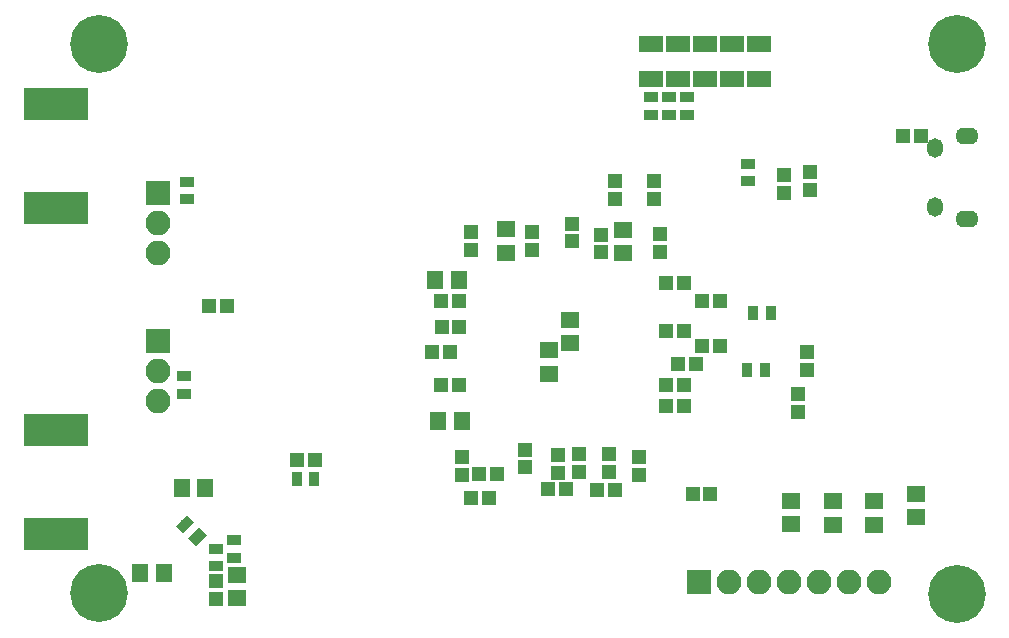
<source format=gbr>
G04 #@! TF.GenerationSoftware,KiCad,Pcbnew,(2018-01-18 revision 08b15a699)-makepkg*
G04 #@! TF.CreationDate,2018-01-23T16:45:18-05:00*
G04 #@! TF.ProjectId,osa103k,6F73613130336B2E6B696361645F7063,rev?*
G04 #@! TF.SameCoordinates,Original*
G04 #@! TF.FileFunction,Soldermask,Bot*
G04 #@! TF.FilePolarity,Negative*
%FSLAX46Y46*%
G04 Gerber Fmt 4.6, Leading zero omitted, Abs format (unit mm)*
G04 Created by KiCad (PCBNEW (2018-01-18 revision 08b15a699)-makepkg) date 01/23/18 16:45:18*
%MOMM*%
%LPD*%
G01*
G04 APERTURE LIST*
%ADD10C,4.900000*%
%ADD11R,1.400000X1.650000*%
%ADD12R,1.650000X1.400000*%
%ADD13R,1.150000X1.200000*%
%ADD14R,1.200000X1.150000*%
%ADD15R,2.000000X1.400000*%
%ADD16R,5.480000X2.820000*%
%ADD17R,2.100000X2.100000*%
%ADD18O,2.100000X2.100000*%
%ADD19O,1.950000X1.400000*%
%ADD20O,1.350000X1.650000*%
%ADD21R,1.300000X0.900000*%
%ADD22C,0.900000*%
%ADD23C,0.100000*%
%ADD24R,0.900000X1.300000*%
G04 APERTURE END LIST*
D10*
X134590000Y-45020000D03*
X134590000Y-91570000D03*
X61990000Y-45020000D03*
X61990000Y-91520000D03*
D11*
X67450000Y-89770000D03*
X65450000Y-89770000D03*
X69000000Y-82600000D03*
X71000000Y-82600000D03*
D12*
X73660000Y-91932000D03*
X73660000Y-89932000D03*
D13*
X71900000Y-90500000D03*
X71900000Y-92000000D03*
D14*
X78752000Y-80264000D03*
X80252000Y-80264000D03*
X72820000Y-67170000D03*
X71320000Y-67170000D03*
D13*
X105664000Y-56654000D03*
X105664000Y-58154000D03*
D14*
X94990000Y-83420000D03*
X93490000Y-83420000D03*
X95690000Y-81420000D03*
X94190000Y-81420000D03*
X99990000Y-82720000D03*
X101490000Y-82720000D03*
X104140000Y-82804000D03*
X105640000Y-82804000D03*
D13*
X108966000Y-56654000D03*
X108966000Y-58154000D03*
D14*
X112250000Y-83100000D03*
X113750000Y-83100000D03*
D11*
X90694000Y-76962000D03*
X92694000Y-76962000D03*
X90440000Y-65024000D03*
X92440000Y-65024000D03*
D12*
X101850000Y-68350000D03*
X101850000Y-70350000D03*
X106320000Y-62730000D03*
X106320000Y-60730000D03*
X100050000Y-70950000D03*
X100050000Y-72950000D03*
X96460000Y-60710000D03*
X96460000Y-62710000D03*
D13*
X100840000Y-81320000D03*
X100840000Y-79820000D03*
D14*
X109994000Y-73914000D03*
X111494000Y-73914000D03*
X90182000Y-71120000D03*
X91682000Y-71120000D03*
D13*
X98090000Y-79370000D03*
X98090000Y-80870000D03*
D14*
X112510000Y-72136000D03*
X111010000Y-72136000D03*
X109994000Y-69342000D03*
X111494000Y-69342000D03*
D13*
X105156000Y-79768000D03*
X105156000Y-81268000D03*
D15*
X117856000Y-47982000D03*
X117856000Y-44982000D03*
D13*
X98650000Y-62460000D03*
X98650000Y-60960000D03*
X102040000Y-61722000D03*
X102040000Y-60222000D03*
X102616000Y-79756000D03*
X102616000Y-81256000D03*
D15*
X115570000Y-47982000D03*
X115570000Y-44982000D03*
D13*
X93490000Y-62440000D03*
X93490000Y-60940000D03*
D15*
X113284000Y-47982000D03*
X113284000Y-44982000D03*
D13*
X109510000Y-62620000D03*
X109510000Y-61120000D03*
D15*
X110998000Y-44982000D03*
X110998000Y-47982000D03*
D13*
X92710000Y-80010000D03*
X92710000Y-81510000D03*
D15*
X108712000Y-44982000D03*
X108712000Y-47982000D03*
D13*
X104480000Y-61150000D03*
X104480000Y-62650000D03*
D14*
X111494000Y-75692000D03*
X109994000Y-75692000D03*
D13*
X107696000Y-81522000D03*
X107696000Y-80022000D03*
D14*
X91000000Y-69000000D03*
X92500000Y-69000000D03*
X90944000Y-73914000D03*
X92444000Y-73914000D03*
X109994000Y-65278000D03*
X111494000Y-65278000D03*
X90944000Y-66802000D03*
X92444000Y-66802000D03*
X114554000Y-66802000D03*
X113054000Y-66802000D03*
X114530000Y-70612000D03*
X113030000Y-70612000D03*
D13*
X121920000Y-72632000D03*
X121920000Y-71132000D03*
X121158000Y-74688000D03*
X121158000Y-76188000D03*
X122174000Y-55892000D03*
X122174000Y-57392000D03*
X120000000Y-57600000D03*
X120000000Y-56100000D03*
D12*
X131140000Y-85074000D03*
X131140000Y-83074000D03*
X127640000Y-83720000D03*
X127640000Y-85720000D03*
X124140000Y-83720000D03*
X124140000Y-85720000D03*
X120590000Y-85670000D03*
X120590000Y-83670000D03*
D14*
X130060000Y-52832000D03*
X131560000Y-52832000D03*
D16*
X58380000Y-58880000D03*
X58380000Y-50120000D03*
X58380000Y-77720000D03*
X58380000Y-86480000D03*
D17*
X67000000Y-57600000D03*
D18*
X67000000Y-60140000D03*
X67000000Y-62680000D03*
X67000000Y-75280000D03*
X67000000Y-72740000D03*
D17*
X67000000Y-70200000D03*
D18*
X128040000Y-90600000D03*
X125500000Y-90600000D03*
X122960000Y-90600000D03*
X120420000Y-90600000D03*
X117880000Y-90600000D03*
X115340000Y-90600000D03*
D17*
X112800000Y-90600000D03*
D19*
X135490000Y-52820000D03*
X135490000Y-59820000D03*
D20*
X132790000Y-53820000D03*
X132790000Y-58820000D03*
D21*
X69460000Y-56660000D03*
X69460000Y-58160000D03*
X69150000Y-73130000D03*
X69150000Y-74630000D03*
D22*
X69269670Y-85649670D03*
D23*
G36*
X70047487Y-85508249D02*
X69128249Y-86427487D01*
X68491853Y-85791091D01*
X69411091Y-84871853D01*
X70047487Y-85508249D01*
X70047487Y-85508249D01*
G37*
D22*
X70330330Y-86710330D03*
D23*
G36*
X71108147Y-86568909D02*
X70188909Y-87488147D01*
X69552513Y-86851751D01*
X70471751Y-85932513D01*
X71108147Y-86568909D01*
X71108147Y-86568909D01*
G37*
D21*
X73390000Y-87020000D03*
X73390000Y-88520000D03*
X71860000Y-89250000D03*
X71860000Y-87750000D03*
D24*
X80230000Y-81850000D03*
X78730000Y-81850000D03*
D21*
X111760000Y-49542000D03*
X111760000Y-51042000D03*
X110236000Y-51042000D03*
X110236000Y-49542000D03*
X108712000Y-49542000D03*
X108712000Y-51042000D03*
X116900000Y-56650000D03*
X116900000Y-55150000D03*
D24*
X118860000Y-67818000D03*
X117360000Y-67818000D03*
X118352000Y-72644000D03*
X116852000Y-72644000D03*
M02*

</source>
